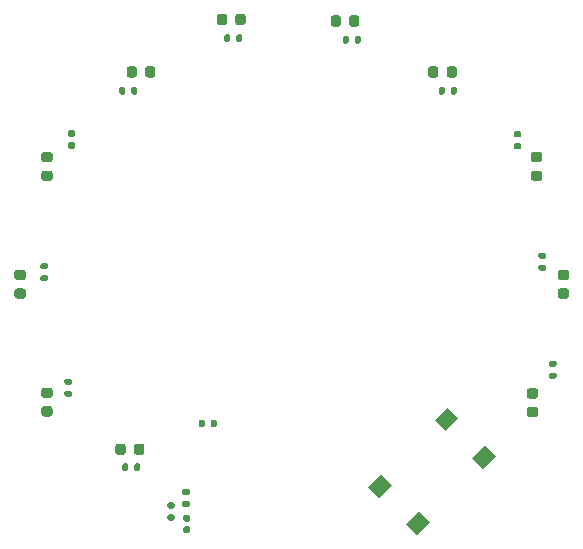
<source format=gbr>
%TF.GenerationSoftware,KiCad,Pcbnew,(5.1.10)-1*%
%TF.CreationDate,2021-10-31T13:05:10-04:00*%
%TF.ProjectId,CAN_Gauge,43414e5f-4761-4756-9765-2e6b69636164,rev?*%
%TF.SameCoordinates,Original*%
%TF.FileFunction,Paste,Bot*%
%TF.FilePolarity,Positive*%
%FSLAX46Y46*%
G04 Gerber Fmt 4.6, Leading zero omitted, Abs format (unit mm)*
G04 Created by KiCad (PCBNEW (5.1.10)-1) date 2021-10-31 13:05:10*
%MOMM*%
%LPD*%
G01*
G04 APERTURE LIST*
%ADD10C,0.100000*%
G04 APERTURE END LIST*
D10*
%TO.C,SW1*%
G36*
X144059829Y-113835713D02*
G01*
X144979068Y-114754952D01*
X143883053Y-115850967D01*
X142963814Y-114931728D01*
X144059829Y-113835713D01*
G37*
G36*
X140877848Y-110653732D02*
G01*
X141797087Y-111572971D01*
X140701072Y-112668986D01*
X139781833Y-111749747D01*
X140877848Y-110653732D01*
G37*
G36*
X146499347Y-105032233D02*
G01*
X147418586Y-105951472D01*
X146322571Y-107047487D01*
X145403332Y-106128248D01*
X146499347Y-105032233D01*
G37*
G36*
X149681328Y-108214214D02*
G01*
X150600567Y-109133453D01*
X149504552Y-110229468D01*
X148585313Y-109310229D01*
X149681328Y-108214214D01*
G37*
%TD*%
%TO.C,R5*%
G36*
G01*
X123265500Y-113592500D02*
X122895500Y-113592500D01*
G75*
G02*
X122760500Y-113457500I0J135000D01*
G01*
X122760500Y-113187500D01*
G75*
G02*
X122895500Y-113052500I135000J0D01*
G01*
X123265500Y-113052500D01*
G75*
G02*
X123400500Y-113187500I0J-135000D01*
G01*
X123400500Y-113457500D01*
G75*
G02*
X123265500Y-113592500I-135000J0D01*
G01*
G37*
G36*
G01*
X123265500Y-114612500D02*
X122895500Y-114612500D01*
G75*
G02*
X122760500Y-114477500I0J135000D01*
G01*
X122760500Y-114207500D01*
G75*
G02*
X122895500Y-114072500I135000J0D01*
G01*
X123265500Y-114072500D01*
G75*
G02*
X123400500Y-114207500I0J-135000D01*
G01*
X123400500Y-114477500D01*
G75*
G02*
X123265500Y-114612500I-135000J0D01*
G01*
G37*
%TD*%
%TO.C,C6*%
G36*
G01*
X124244000Y-115084000D02*
X124584000Y-115084000D01*
G75*
G02*
X124724000Y-115224000I0J-140000D01*
G01*
X124724000Y-115504000D01*
G75*
G02*
X124584000Y-115644000I-140000J0D01*
G01*
X124244000Y-115644000D01*
G75*
G02*
X124104000Y-115504000I0J140000D01*
G01*
X124104000Y-115224000D01*
G75*
G02*
X124244000Y-115084000I140000J0D01*
G01*
G37*
G36*
G01*
X124244000Y-114124000D02*
X124584000Y-114124000D01*
G75*
G02*
X124724000Y-114264000I0J-140000D01*
G01*
X124724000Y-114544000D01*
G75*
G02*
X124584000Y-114684000I-140000J0D01*
G01*
X124244000Y-114684000D01*
G75*
G02*
X124104000Y-114544000I0J140000D01*
G01*
X124104000Y-114264000D01*
G75*
G02*
X124244000Y-114124000I140000J0D01*
G01*
G37*
%TD*%
%TO.C,R30*%
G36*
G01*
X114566000Y-103115000D02*
X114196000Y-103115000D01*
G75*
G02*
X114061000Y-102980000I0J135000D01*
G01*
X114061000Y-102710000D01*
G75*
G02*
X114196000Y-102575000I135000J0D01*
G01*
X114566000Y-102575000D01*
G75*
G02*
X114701000Y-102710000I0J-135000D01*
G01*
X114701000Y-102980000D01*
G75*
G02*
X114566000Y-103115000I-135000J0D01*
G01*
G37*
G36*
G01*
X114566000Y-104135000D02*
X114196000Y-104135000D01*
G75*
G02*
X114061000Y-104000000I0J135000D01*
G01*
X114061000Y-103730000D01*
G75*
G02*
X114196000Y-103595000I135000J0D01*
G01*
X114566000Y-103595000D01*
G75*
G02*
X114701000Y-103730000I0J-135000D01*
G01*
X114701000Y-104000000D01*
G75*
G02*
X114566000Y-104135000I-135000J0D01*
G01*
G37*
%TD*%
%TO.C,D11*%
G36*
G01*
X112835479Y-104216158D02*
X112322979Y-104216158D01*
G75*
G02*
X112104229Y-103997408I0J218750D01*
G01*
X112104229Y-103559908D01*
G75*
G02*
X112322979Y-103341158I218750J0D01*
G01*
X112835479Y-103341158D01*
G75*
G02*
X113054229Y-103559908I0J-218750D01*
G01*
X113054229Y-103997408D01*
G75*
G02*
X112835479Y-104216158I-218750J0D01*
G01*
G37*
G36*
G01*
X112835479Y-105791158D02*
X112322979Y-105791158D01*
G75*
G02*
X112104229Y-105572408I0J218750D01*
G01*
X112104229Y-105134908D01*
G75*
G02*
X112322979Y-104916158I218750J0D01*
G01*
X112835479Y-104916158D01*
G75*
G02*
X113054229Y-105134908I0J-218750D01*
G01*
X113054229Y-105572408D01*
G75*
G02*
X112835479Y-105791158I-218750J0D01*
G01*
G37*
%TD*%
%TO.C,R29*%
G36*
G01*
X112534000Y-93336000D02*
X112164000Y-93336000D01*
G75*
G02*
X112029000Y-93201000I0J135000D01*
G01*
X112029000Y-92931000D01*
G75*
G02*
X112164000Y-92796000I135000J0D01*
G01*
X112534000Y-92796000D01*
G75*
G02*
X112669000Y-92931000I0J-135000D01*
G01*
X112669000Y-93201000D01*
G75*
G02*
X112534000Y-93336000I-135000J0D01*
G01*
G37*
G36*
G01*
X112534000Y-94356000D02*
X112164000Y-94356000D01*
G75*
G02*
X112029000Y-94221000I0J135000D01*
G01*
X112029000Y-93951000D01*
G75*
G02*
X112164000Y-93816000I135000J0D01*
G01*
X112534000Y-93816000D01*
G75*
G02*
X112669000Y-93951000I0J-135000D01*
G01*
X112669000Y-94221000D01*
G75*
G02*
X112534000Y-94356000I-135000J0D01*
G01*
G37*
%TD*%
%TO.C,R21*%
G36*
G01*
X114845400Y-82109200D02*
X114475400Y-82109200D01*
G75*
G02*
X114340400Y-81974200I0J135000D01*
G01*
X114340400Y-81704200D01*
G75*
G02*
X114475400Y-81569200I135000J0D01*
G01*
X114845400Y-81569200D01*
G75*
G02*
X114980400Y-81704200I0J-135000D01*
G01*
X114980400Y-81974200D01*
G75*
G02*
X114845400Y-82109200I-135000J0D01*
G01*
G37*
G36*
G01*
X114845400Y-83129200D02*
X114475400Y-83129200D01*
G75*
G02*
X114340400Y-82994200I0J135000D01*
G01*
X114340400Y-82724200D01*
G75*
G02*
X114475400Y-82589200I135000J0D01*
G01*
X114845400Y-82589200D01*
G75*
G02*
X114980400Y-82724200I0J-135000D01*
G01*
X114980400Y-82994200D01*
G75*
G02*
X114845400Y-83129200I-135000J0D01*
G01*
G37*
%TD*%
%TO.C,D9*%
G36*
G01*
X110047750Y-94942000D02*
X110560250Y-94942000D01*
G75*
G02*
X110779000Y-95160750I0J-218750D01*
G01*
X110779000Y-95598250D01*
G75*
G02*
X110560250Y-95817000I-218750J0D01*
G01*
X110047750Y-95817000D01*
G75*
G02*
X109829000Y-95598250I0J218750D01*
G01*
X109829000Y-95160750D01*
G75*
G02*
X110047750Y-94942000I218750J0D01*
G01*
G37*
G36*
G01*
X110047750Y-93367000D02*
X110560250Y-93367000D01*
G75*
G02*
X110779000Y-93585750I0J-218750D01*
G01*
X110779000Y-94023250D01*
G75*
G02*
X110560250Y-94242000I-218750J0D01*
G01*
X110047750Y-94242000D01*
G75*
G02*
X109829000Y-94023250I0J218750D01*
G01*
X109829000Y-93585750D01*
G75*
G02*
X110047750Y-93367000I218750J0D01*
G01*
G37*
%TD*%
%TO.C,D8*%
G36*
G01*
X112835479Y-84267842D02*
X112322979Y-84267842D01*
G75*
G02*
X112104229Y-84049092I0J218750D01*
G01*
X112104229Y-83611592D01*
G75*
G02*
X112322979Y-83392842I218750J0D01*
G01*
X112835479Y-83392842D01*
G75*
G02*
X113054229Y-83611592I0J-218750D01*
G01*
X113054229Y-84049092D01*
G75*
G02*
X112835479Y-84267842I-218750J0D01*
G01*
G37*
G36*
G01*
X112835479Y-85842842D02*
X112322979Y-85842842D01*
G75*
G02*
X112104229Y-85624092I0J218750D01*
G01*
X112104229Y-85186592D01*
G75*
G02*
X112322979Y-84967842I218750J0D01*
G01*
X112835479Y-84967842D01*
G75*
G02*
X113054229Y-85186592I0J-218750D01*
G01*
X113054229Y-85624092D01*
G75*
G02*
X112835479Y-85842842I-218750J0D01*
G01*
G37*
%TD*%
%TO.C,D3*%
G36*
G01*
X154285021Y-84267842D02*
X153772521Y-84267842D01*
G75*
G02*
X153553771Y-84049092I0J218750D01*
G01*
X153553771Y-83611592D01*
G75*
G02*
X153772521Y-83392842I218750J0D01*
G01*
X154285021Y-83392842D01*
G75*
G02*
X154503771Y-83611592I0J-218750D01*
G01*
X154503771Y-84049092D01*
G75*
G02*
X154285021Y-84267842I-218750J0D01*
G01*
G37*
G36*
G01*
X154285021Y-85842842D02*
X153772521Y-85842842D01*
G75*
G02*
X153553771Y-85624092I0J218750D01*
G01*
X153553771Y-85186592D01*
G75*
G02*
X153772521Y-84967842I218750J0D01*
G01*
X154285021Y-84967842D01*
G75*
G02*
X154503771Y-85186592I0J-218750D01*
G01*
X154503771Y-85624092D01*
G75*
G02*
X154285021Y-85842842I-218750J0D01*
G01*
G37*
%TD*%
%TO.C,D1*%
G36*
G01*
X153943750Y-104275000D02*
X153431250Y-104275000D01*
G75*
G02*
X153212500Y-104056250I0J218750D01*
G01*
X153212500Y-103618750D01*
G75*
G02*
X153431250Y-103400000I218750J0D01*
G01*
X153943750Y-103400000D01*
G75*
G02*
X154162500Y-103618750I0J-218750D01*
G01*
X154162500Y-104056250D01*
G75*
G02*
X153943750Y-104275000I-218750J0D01*
G01*
G37*
G36*
G01*
X153943750Y-105850000D02*
X153431250Y-105850000D01*
G75*
G02*
X153212500Y-105631250I0J218750D01*
G01*
X153212500Y-105193750D01*
G75*
G02*
X153431250Y-104975000I218750J0D01*
G01*
X153943750Y-104975000D01*
G75*
G02*
X154162500Y-105193750I0J-218750D01*
G01*
X154162500Y-105631250D01*
G75*
G02*
X153943750Y-105850000I-218750J0D01*
G01*
G37*
%TD*%
%TO.C,D10*%
G36*
G01*
X119238000Y-108305750D02*
X119238000Y-108818250D01*
G75*
G02*
X119019250Y-109037000I-218750J0D01*
G01*
X118581750Y-109037000D01*
G75*
G02*
X118363000Y-108818250I0J218750D01*
G01*
X118363000Y-108305750D01*
G75*
G02*
X118581750Y-108087000I218750J0D01*
G01*
X119019250Y-108087000D01*
G75*
G02*
X119238000Y-108305750I0J-218750D01*
G01*
G37*
G36*
G01*
X120813000Y-108305750D02*
X120813000Y-108818250D01*
G75*
G02*
X120594250Y-109037000I-218750J0D01*
G01*
X120156750Y-109037000D01*
G75*
G02*
X119938000Y-108818250I0J218750D01*
G01*
X119938000Y-108305750D01*
G75*
G02*
X120156750Y-108087000I218750J0D01*
G01*
X120594250Y-108087000D01*
G75*
G02*
X120813000Y-108305750I0J-218750D01*
G01*
G37*
%TD*%
%TO.C,R19*%
G36*
G01*
X119701000Y-78394000D02*
X119701000Y-78024000D01*
G75*
G02*
X119836000Y-77889000I135000J0D01*
G01*
X120106000Y-77889000D01*
G75*
G02*
X120241000Y-78024000I0J-135000D01*
G01*
X120241000Y-78394000D01*
G75*
G02*
X120106000Y-78529000I-135000J0D01*
G01*
X119836000Y-78529000D01*
G75*
G02*
X119701000Y-78394000I0J135000D01*
G01*
G37*
G36*
G01*
X118681000Y-78394000D02*
X118681000Y-78024000D01*
G75*
G02*
X118816000Y-77889000I135000J0D01*
G01*
X119086000Y-77889000D01*
G75*
G02*
X119221000Y-78024000I0J-135000D01*
G01*
X119221000Y-78394000D01*
G75*
G02*
X119086000Y-78529000I-135000J0D01*
G01*
X118816000Y-78529000D01*
G75*
G02*
X118681000Y-78394000I0J135000D01*
G01*
G37*
%TD*%
%TO.C,D7*%
G36*
G01*
X120190500Y-76360780D02*
X120190500Y-76873280D01*
G75*
G02*
X119971750Y-77092030I-218750J0D01*
G01*
X119534250Y-77092030D01*
G75*
G02*
X119315500Y-76873280I0J218750D01*
G01*
X119315500Y-76360780D01*
G75*
G02*
X119534250Y-76142030I218750J0D01*
G01*
X119971750Y-76142030D01*
G75*
G02*
X120190500Y-76360780I0J-218750D01*
G01*
G37*
G36*
G01*
X121765500Y-76360780D02*
X121765500Y-76873280D01*
G75*
G02*
X121546750Y-77092030I-218750J0D01*
G01*
X121109250Y-77092030D01*
G75*
G02*
X120890500Y-76873280I0J218750D01*
G01*
X120890500Y-76360780D01*
G75*
G02*
X121109250Y-76142030I218750J0D01*
G01*
X121546750Y-76142030D01*
G75*
G02*
X121765500Y-76360780I0J-218750D01*
G01*
G37*
%TD*%
%TO.C,R18*%
G36*
G01*
X129133000Y-73579000D02*
X129133000Y-73949000D01*
G75*
G02*
X128998000Y-74084000I-135000J0D01*
G01*
X128728000Y-74084000D01*
G75*
G02*
X128593000Y-73949000I0J135000D01*
G01*
X128593000Y-73579000D01*
G75*
G02*
X128728000Y-73444000I135000J0D01*
G01*
X128998000Y-73444000D01*
G75*
G02*
X129133000Y-73579000I0J-135000D01*
G01*
G37*
G36*
G01*
X128113000Y-73579000D02*
X128113000Y-73949000D01*
G75*
G02*
X127978000Y-74084000I-135000J0D01*
G01*
X127708000Y-74084000D01*
G75*
G02*
X127573000Y-73949000I0J135000D01*
G01*
X127573000Y-73579000D01*
G75*
G02*
X127708000Y-73444000I135000J0D01*
G01*
X127978000Y-73444000D01*
G75*
G02*
X128113000Y-73579000I0J-135000D01*
G01*
G37*
%TD*%
%TO.C,R17*%
G36*
G01*
X146270000Y-78024000D02*
X146270000Y-78394000D01*
G75*
G02*
X146135000Y-78529000I-135000J0D01*
G01*
X145865000Y-78529000D01*
G75*
G02*
X145730000Y-78394000I0J135000D01*
G01*
X145730000Y-78024000D01*
G75*
G02*
X145865000Y-77889000I135000J0D01*
G01*
X146135000Y-77889000D01*
G75*
G02*
X146270000Y-78024000I0J-135000D01*
G01*
G37*
G36*
G01*
X147290000Y-78024000D02*
X147290000Y-78394000D01*
G75*
G02*
X147155000Y-78529000I-135000J0D01*
G01*
X146885000Y-78529000D01*
G75*
G02*
X146750000Y-78394000I0J135000D01*
G01*
X146750000Y-78024000D01*
G75*
G02*
X146885000Y-77889000I135000J0D01*
G01*
X147155000Y-77889000D01*
G75*
G02*
X147290000Y-78024000I0J-135000D01*
G01*
G37*
%TD*%
%TO.C,R16*%
G36*
G01*
X138144000Y-73706000D02*
X138144000Y-74076000D01*
G75*
G02*
X138009000Y-74211000I-135000J0D01*
G01*
X137739000Y-74211000D01*
G75*
G02*
X137604000Y-74076000I0J135000D01*
G01*
X137604000Y-73706000D01*
G75*
G02*
X137739000Y-73571000I135000J0D01*
G01*
X138009000Y-73571000D01*
G75*
G02*
X138144000Y-73706000I0J-135000D01*
G01*
G37*
G36*
G01*
X139164000Y-73706000D02*
X139164000Y-74076000D01*
G75*
G02*
X139029000Y-74211000I-135000J0D01*
G01*
X138759000Y-74211000D01*
G75*
G02*
X138624000Y-74076000I0J135000D01*
G01*
X138624000Y-73706000D01*
G75*
G02*
X138759000Y-73571000I135000J0D01*
G01*
X139029000Y-73571000D01*
G75*
G02*
X139164000Y-73706000I0J-135000D01*
G01*
G37*
%TD*%
%TO.C,D6*%
G36*
G01*
X126944248Y-72428743D02*
X126944248Y-71916243D01*
G75*
G02*
X127162998Y-71697493I218750J0D01*
G01*
X127600498Y-71697493D01*
G75*
G02*
X127819248Y-71916243I0J-218750D01*
G01*
X127819248Y-72428743D01*
G75*
G02*
X127600498Y-72647493I-218750J0D01*
G01*
X127162998Y-72647493D01*
G75*
G02*
X126944248Y-72428743I0J218750D01*
G01*
G37*
G36*
G01*
X128519248Y-72428743D02*
X128519248Y-71916243D01*
G75*
G02*
X128737998Y-71697493I218750J0D01*
G01*
X129175498Y-71697493D01*
G75*
G02*
X129394248Y-71916243I0J-218750D01*
G01*
X129394248Y-72428743D01*
G75*
G02*
X129175498Y-72647493I-218750J0D01*
G01*
X128737998Y-72647493D01*
G75*
G02*
X128519248Y-72428743I0J218750D01*
G01*
G37*
%TD*%
%TO.C,D4*%
G36*
G01*
X146417500Y-76877750D02*
X146417500Y-76365250D01*
G75*
G02*
X146636250Y-76146500I218750J0D01*
G01*
X147073750Y-76146500D01*
G75*
G02*
X147292500Y-76365250I0J-218750D01*
G01*
X147292500Y-76877750D01*
G75*
G02*
X147073750Y-77096500I-218750J0D01*
G01*
X146636250Y-77096500D01*
G75*
G02*
X146417500Y-76877750I0J218750D01*
G01*
G37*
G36*
G01*
X144842500Y-76877750D02*
X144842500Y-76365250D01*
G75*
G02*
X145061250Y-76146500I218750J0D01*
G01*
X145498750Y-76146500D01*
G75*
G02*
X145717500Y-76365250I0J-218750D01*
G01*
X145717500Y-76877750D01*
G75*
G02*
X145498750Y-77096500I-218750J0D01*
G01*
X145061250Y-77096500D01*
G75*
G02*
X144842500Y-76877750I0J218750D01*
G01*
G37*
%TD*%
%TO.C,D5*%
G36*
G01*
X138162500Y-72559750D02*
X138162500Y-72047250D01*
G75*
G02*
X138381250Y-71828500I218750J0D01*
G01*
X138818750Y-71828500D01*
G75*
G02*
X139037500Y-72047250I0J-218750D01*
G01*
X139037500Y-72559750D01*
G75*
G02*
X138818750Y-72778500I-218750J0D01*
G01*
X138381250Y-72778500D01*
G75*
G02*
X138162500Y-72559750I0J218750D01*
G01*
G37*
G36*
G01*
X136587500Y-72559750D02*
X136587500Y-72047250D01*
G75*
G02*
X136806250Y-71828500I218750J0D01*
G01*
X137243750Y-71828500D01*
G75*
G02*
X137462500Y-72047250I0J-218750D01*
G01*
X137462500Y-72559750D01*
G75*
G02*
X137243750Y-72778500I-218750J0D01*
G01*
X136806250Y-72778500D01*
G75*
G02*
X136587500Y-72559750I0J218750D01*
G01*
G37*
%TD*%
%TO.C,R4*%
G36*
G01*
X124165500Y-112931500D02*
X124535500Y-112931500D01*
G75*
G02*
X124670500Y-113066500I0J-135000D01*
G01*
X124670500Y-113336500D01*
G75*
G02*
X124535500Y-113471500I-135000J0D01*
G01*
X124165500Y-113471500D01*
G75*
G02*
X124030500Y-113336500I0J135000D01*
G01*
X124030500Y-113066500D01*
G75*
G02*
X124165500Y-112931500I135000J0D01*
G01*
G37*
G36*
G01*
X124165500Y-111911500D02*
X124535500Y-111911500D01*
G75*
G02*
X124670500Y-112046500I0J-135000D01*
G01*
X124670500Y-112316500D01*
G75*
G02*
X124535500Y-112451500I-135000J0D01*
G01*
X124165500Y-112451500D01*
G75*
G02*
X124030500Y-112316500I0J135000D01*
G01*
X124030500Y-112046500D01*
G75*
G02*
X124165500Y-111911500I135000J0D01*
G01*
G37*
%TD*%
%TO.C,R9*%
G36*
G01*
X119475000Y-109901000D02*
X119475000Y-110271000D01*
G75*
G02*
X119340000Y-110406000I-135000J0D01*
G01*
X119070000Y-110406000D01*
G75*
G02*
X118935000Y-110271000I0J135000D01*
G01*
X118935000Y-109901000D01*
G75*
G02*
X119070000Y-109766000I135000J0D01*
G01*
X119340000Y-109766000D01*
G75*
G02*
X119475000Y-109901000I0J-135000D01*
G01*
G37*
G36*
G01*
X120495000Y-109901000D02*
X120495000Y-110271000D01*
G75*
G02*
X120360000Y-110406000I-135000J0D01*
G01*
X120090000Y-110406000D01*
G75*
G02*
X119955000Y-110271000I0J135000D01*
G01*
X119955000Y-109901000D01*
G75*
G02*
X120090000Y-109766000I135000J0D01*
G01*
X120360000Y-109766000D01*
G75*
G02*
X120495000Y-109901000I0J-135000D01*
G01*
G37*
%TD*%
%TO.C,R8*%
G36*
G01*
X154698000Y-92447000D02*
X154328000Y-92447000D01*
G75*
G02*
X154193000Y-92312000I0J135000D01*
G01*
X154193000Y-92042000D01*
G75*
G02*
X154328000Y-91907000I135000J0D01*
G01*
X154698000Y-91907000D01*
G75*
G02*
X154833000Y-92042000I0J-135000D01*
G01*
X154833000Y-92312000D01*
G75*
G02*
X154698000Y-92447000I-135000J0D01*
G01*
G37*
G36*
G01*
X154698000Y-93467000D02*
X154328000Y-93467000D01*
G75*
G02*
X154193000Y-93332000I0J135000D01*
G01*
X154193000Y-93062000D01*
G75*
G02*
X154328000Y-92927000I135000J0D01*
G01*
X154698000Y-92927000D01*
G75*
G02*
X154833000Y-93062000I0J-135000D01*
G01*
X154833000Y-93332000D01*
G75*
G02*
X154698000Y-93467000I-135000J0D01*
G01*
G37*
%TD*%
%TO.C,R7*%
G36*
G01*
X152602500Y-82160000D02*
X152232500Y-82160000D01*
G75*
G02*
X152097500Y-82025000I0J135000D01*
G01*
X152097500Y-81755000D01*
G75*
G02*
X152232500Y-81620000I135000J0D01*
G01*
X152602500Y-81620000D01*
G75*
G02*
X152737500Y-81755000I0J-135000D01*
G01*
X152737500Y-82025000D01*
G75*
G02*
X152602500Y-82160000I-135000J0D01*
G01*
G37*
G36*
G01*
X152602500Y-83180000D02*
X152232500Y-83180000D01*
G75*
G02*
X152097500Y-83045000I0J135000D01*
G01*
X152097500Y-82775000D01*
G75*
G02*
X152232500Y-82640000I135000J0D01*
G01*
X152602500Y-82640000D01*
G75*
G02*
X152737500Y-82775000I0J-135000D01*
G01*
X152737500Y-83045000D01*
G75*
G02*
X152602500Y-83180000I-135000J0D01*
G01*
G37*
%TD*%
%TO.C,R3*%
G36*
G01*
X125952000Y-106192600D02*
X125952000Y-106562600D01*
G75*
G02*
X125817000Y-106697600I-135000J0D01*
G01*
X125547000Y-106697600D01*
G75*
G02*
X125412000Y-106562600I0J135000D01*
G01*
X125412000Y-106192600D01*
G75*
G02*
X125547000Y-106057600I135000J0D01*
G01*
X125817000Y-106057600D01*
G75*
G02*
X125952000Y-106192600I0J-135000D01*
G01*
G37*
G36*
G01*
X126972000Y-106192600D02*
X126972000Y-106562600D01*
G75*
G02*
X126837000Y-106697600I-135000J0D01*
G01*
X126567000Y-106697600D01*
G75*
G02*
X126432000Y-106562600I0J135000D01*
G01*
X126432000Y-106192600D01*
G75*
G02*
X126567000Y-106057600I135000J0D01*
G01*
X126837000Y-106057600D01*
G75*
G02*
X126972000Y-106192600I0J-135000D01*
G01*
G37*
%TD*%
%TO.C,R2*%
G36*
G01*
X155587000Y-101591000D02*
X155217000Y-101591000D01*
G75*
G02*
X155082000Y-101456000I0J135000D01*
G01*
X155082000Y-101186000D01*
G75*
G02*
X155217000Y-101051000I135000J0D01*
G01*
X155587000Y-101051000D01*
G75*
G02*
X155722000Y-101186000I0J-135000D01*
G01*
X155722000Y-101456000D01*
G75*
G02*
X155587000Y-101591000I-135000J0D01*
G01*
G37*
G36*
G01*
X155587000Y-102611000D02*
X155217000Y-102611000D01*
G75*
G02*
X155082000Y-102476000I0J135000D01*
G01*
X155082000Y-102206000D01*
G75*
G02*
X155217000Y-102071000I135000J0D01*
G01*
X155587000Y-102071000D01*
G75*
G02*
X155722000Y-102206000I0J-135000D01*
G01*
X155722000Y-102476000D01*
G75*
G02*
X155587000Y-102611000I-135000J0D01*
G01*
G37*
%TD*%
%TO.C,D2*%
G36*
G01*
X156047750Y-94942000D02*
X156560250Y-94942000D01*
G75*
G02*
X156779000Y-95160750I0J-218750D01*
G01*
X156779000Y-95598250D01*
G75*
G02*
X156560250Y-95817000I-218750J0D01*
G01*
X156047750Y-95817000D01*
G75*
G02*
X155829000Y-95598250I0J218750D01*
G01*
X155829000Y-95160750D01*
G75*
G02*
X156047750Y-94942000I218750J0D01*
G01*
G37*
G36*
G01*
X156047750Y-93367000D02*
X156560250Y-93367000D01*
G75*
G02*
X156779000Y-93585750I0J-218750D01*
G01*
X156779000Y-94023250D01*
G75*
G02*
X156560250Y-94242000I-218750J0D01*
G01*
X156047750Y-94242000D01*
G75*
G02*
X155829000Y-94023250I0J218750D01*
G01*
X155829000Y-93585750D01*
G75*
G02*
X156047750Y-93367000I218750J0D01*
G01*
G37*
%TD*%
M02*

</source>
